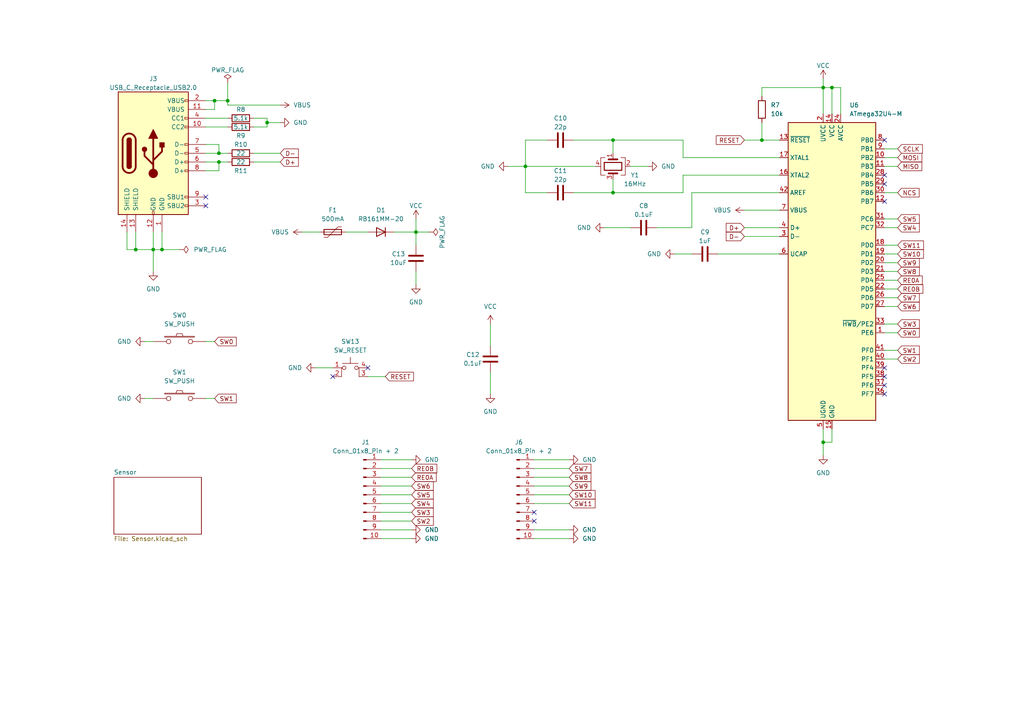
<source format=kicad_sch>
(kicad_sch (version 20230121) (generator eeschema)
  (paper "A4")
  (lib_symbols
    (symbol "Connector:Conn_01x10_Pin" (pin_names (offset 1.016) hide)
      (property "Reference" "J" (at 0 12.7 0))
      (property "Value" "Conn_01x10_Pin" (at 0 -15.24 0))
      (symbol "Conn_01x10_Pin_1_1"
        (polyline (pts (xy 1.27 -12.7) (xy 0.8636 -12.7)) (stroke (width 0.1524)))
        (polyline (pts (xy 1.27 -10.16) (xy 0.8636 -10.16)) (stroke (width 0.1524)))
        (polyline (pts (xy 1.27 -7.62) (xy 0.8636 -7.62)) (stroke (width 0.1524)))
        (polyline (pts (xy 1.27 -5.08) (xy 0.8636 -5.08)) (stroke (width 0.1524)))
        (polyline (pts (xy 1.27 -2.54) (xy 0.8636 -2.54)) (stroke (width 0.1524)))
        (polyline (pts (xy 1.27 0) (xy 0.8636 0)) (stroke (width 0.1524)))
        (polyline (pts (xy 1.27 2.54) (xy 0.8636 2.54)) (stroke (width 0.1524)))
        (polyline (pts (xy 1.27 5.08) (xy 0.8636 5.08)) (stroke (width 0.1524)))
        (polyline (pts (xy 1.27 7.62) (xy 0.8636 7.62)) (stroke (width 0.1524)))
        (polyline (pts (xy 1.27 10.16) (xy 0.8636 10.16)) (stroke (width 0.1524)))
        (rectangle (start 0.8636 -12.573) (end 0 -12.827) (stroke (width 0.1524)) (fill (type outline)))
        (rectangle (start 0.8636 -10.033) (end 0 -10.287) (stroke (width 0.1524)) (fill (type outline)))
        (rectangle (start 0.8636 -7.493) (end 0 -7.747) (stroke (width 0.1524)) (fill (type outline)))
        (rectangle (start 0.8636 -4.953) (end 0 -5.207) (stroke (width 0.1524)) (fill (type outline)))
        (rectangle (start 0.8636 -2.413) (end 0 -2.667) (stroke (width 0.1524)) (fill (type outline)))
        (rectangle (start 0.8636 0.127) (end 0 -0.127) (stroke (width 0.1524)) (fill (type outline)))
        (rectangle (start 0.8636 2.667) (end 0 2.413) (stroke (width 0.1524)) (fill (type outline)))
        (rectangle (start 0.8636 5.207) (end 0 4.953) (stroke (width 0.1524)) (fill (type outline)))
        (rectangle (start 0.8636 7.747) (end 0 7.493) (stroke (width 0.1524)) (fill (type outline)))
        (rectangle (start 0.8636 10.287) (end 0 10.033) (stroke (width 0.1524)) (fill (type outline)))
        (pin passive line (at 5.08 10.16 180) (length 3.81) (name "Pin_1") (number "1"))
        (pin passive line (at 5.08 -12.7 180) (length 3.81) (name "Pin_10") (number "10"))
        (pin passive line (at 5.08 7.62 180) (length 3.81) (name "Pin_2") (number "2"))
        (pin passive line (at 5.08 5.08 180) (length 3.81) (name "Pin_3") (number "3"))
        (pin passive line (at 5.08 2.54 180) (length 3.81) (name "Pin_4") (number "4"))
        (pin passive line (at 5.08 0 180) (length 3.81) (name "Pin_5") (number "5"))
        (pin passive line (at 5.08 -2.54 180) (length 3.81) (name "Pin_6") (number "6"))
        (pin passive line (at 5.08 -5.08 180) (length 3.81) (name "Pin_7") (number "7"))
        (pin passive line (at 5.08 -7.62 180) (length 3.81) (name "Pin_8") (number "8"))
        (pin passive line (at 5.08 -10.16 180) (length 3.81) (name "Pin_9") (number "9"))
      )
    )
    (symbol "Connector:USB_C_Receptacle_USB2.0" (pin_names (offset 1.016))
      (property "Reference" "J3" (at 0 21.59 0))
      (property "Value" "USB_C_Receptacle_USB2.0" (at 0 19.05 0))
      (symbol "USB_C_Receptacle_USB2.0_0_0"
        (rectangle (start -0.254 -17.78) (end 0.254 -16.764))
        (rectangle (start 10.16 -14.986) (end 9.144 -15.494))
        (rectangle (start 10.16 -12.446) (end 9.144 -12.954))
        (rectangle (start 10.16 -4.826) (end 9.144 -5.334))
        (rectangle (start 10.16 -2.286) (end 9.144 -2.794))
        (rectangle (start 10.16 0.254) (end 9.144 -0.254))
        (rectangle (start 10.16 2.794) (end 9.144 2.286))
        (rectangle (start 10.16 7.874) (end 9.144 7.366))
        (rectangle (start 10.16 10.414) (end 9.144 9.906))
        (rectangle (start 10.16 15.494) (end 9.144 14.986))
      )
      (symbol "USB_C_Receptacle_USB2.0_0_1"
        (rectangle (start -10.16 17.78) (end 10.16 -17.78) (stroke (width 0.254)) (fill (type background)))
        (arc (start -8.89 -3.81) (mid -6.985 -5.7067) (end -5.08 -3.81) (stroke (width 0.508)))
        (arc (start -7.62 -3.81) (mid -6.985 -4.4423) (end -6.35 -3.81) (stroke (width 0.254)))
        (arc (start -7.62 -3.81) (mid -6.985 -4.4423) (end -6.35 -3.81) (stroke (width 0.254)) (fill (type outline)))
        (rectangle (start -7.62 -3.81) (end -6.35 3.81) (stroke (width 0.254)) (fill (type outline)))
        (arc (start -6.35 3.81) (mid -6.985 4.4423) (end -7.62 3.81) (stroke (width 0.254)))
        (arc (start -6.35 3.81) (mid -6.985 4.4423) (end -7.62 3.81) (stroke (width 0.254)) (fill (type outline)))
        (arc (start -5.08 3.81) (mid -6.985 5.7067) (end -8.89 3.81) (stroke (width 0.508)))
        (circle (center -2.54 1.143) (radius 0.635) (stroke (width 0.254)) (fill (type outline)))
        (circle (center 0 -5.842) (radius 1.27) (fill (type outline)))
        (polyline (pts (xy -8.89 -3.81) (xy -8.89 3.81)) (stroke (width 0.508)))
        (polyline (pts (xy -5.08 3.81) (xy -5.08 -3.81)) (stroke (width 0.508)))
        (polyline (pts (xy 0 -5.842) (xy 0 4.318)) (stroke (width 0.508)))
        (polyline (pts (xy 0 -3.302) (xy -2.54 -0.762) (xy -2.54 0.508)) (stroke (width 0.508)))
        (polyline (pts (xy 0 -2.032) (xy 2.54 0.508) (xy 2.54 1.778)) (stroke (width 0.508)))
        (polyline (pts (xy -1.27 4.318) (xy 0 6.858) (xy 1.27 4.318) (xy -1.27 4.318)) (stroke (width 0.254)) (fill (type outline)))
        (rectangle (start 1.905 1.778) (end 3.175 3.048) (stroke (width 0.254)) (fill (type outline)))
      )
      (symbol "USB_C_Receptacle_USB2.0_1_1"
        (pin passive line (at 2.54 -22.86 90) (length 5.08) (name "GND") (number "1"))
        (pin bidirectional line (at 15.24 7.62 180) (length 5.08) (name "CC2") (number "10"))
        (pin passive line (at 15.24 12.7 180) (length 5.08) (name "VBUS") (number "11"))
        (pin passive line (at 0 -22.86 90) (length 5.08) (name "GND") (number "12"))
        (pin passive line (at -5.08 -22.86 90) (length 5.08) (name "SHIELD") (number "13"))
        (pin passive line (at -7.62 -22.86 90) (length 5.08) (name "SHIELD") (number "14"))
        (pin passive line (at 15.24 15.24 180) (length 5.08) (name "VBUS") (number "2"))
        (pin bidirectional line (at 15.24 -15.24 180) (length 5.08) (name "SBU2") (number "3"))
        (pin bidirectional line (at 15.24 10.16 180) (length 5.08) (name "CC1") (number "4"))
        (pin bidirectional line (at 15.24 0 180) (length 5.08) (name "D-") (number "5"))
        (pin bidirectional line (at 15.24 -2.54 180) (length 5.08) (name "D+") (number "6"))
        (pin bidirectional line (at 15.24 2.54 180) (length 5.08) (name "D-") (number "7"))
        (pin bidirectional line (at 15.24 -5.08 180) (length 5.08) (name "D+") (number "8"))
        (pin bidirectional line (at 15.24 -12.7 180) (length 5.08) (name "SBU1") (number "9"))
      )
    )
    (symbol "Device:C" (pin_numbers hide) (pin_names (offset 0.254))
      (property "Reference" "C" (at 0.635 2.54 0))
      (property "Value" "C" (at 0.635 -2.54 0))
      (symbol "C_0_1"
        (polyline (pts (xy -2.032 -0.762) (xy 2.032 -0.762)) (stroke (width 0.508)))
        (polyline (pts (xy -2.032 0.762) (xy 2.032 0.762)) (stroke (width 0.508)))
      )
      (symbol "C_1_1"
        (pin passive line (at 0 3.81 270) (length 2.794) (name "~") (number "1"))
        (pin passive line (at 0 -3.81 90) (length 2.794) (name "~") (number "2"))
      )
    )
    (symbol "Device:Crystal_GND24" (pin_names (offset 1.016) hide)
      (property "Reference" "Y" (at 3.175 5.08 0))
      (property "Value" "Crystal_GND24" (at 3.175 3.175 0))
      (symbol "Crystal_GND24_0_1"
        (rectangle (start -1.143 2.54) (end 1.143 -2.54) (stroke (width 0.3048)))
        (polyline (pts (xy -2.54 0) (xy -2.032 0)))
        (polyline (pts (xy -2.032 -1.27) (xy -2.032 1.27)) (stroke (width 0.508)))
        (polyline (pts (xy 0 -3.81) (xy 0 -3.556)))
        (polyline (pts (xy 0 3.556) (xy 0 3.81)))
        (polyline (pts (xy 2.032 -1.27) (xy 2.032 1.27)) (stroke (width 0.508)))
        (polyline (pts (xy 2.032 0) (xy 2.54 0)))
        (polyline (pts (xy -2.54 -2.286) (xy -2.54 -3.556) (xy 2.54 -3.556) (xy 2.54 -2.286)))
        (polyline (pts (xy -2.54 2.286) (xy -2.54 3.556) (xy 2.54 3.556) (xy 2.54 2.286)))
      )
      (symbol "Crystal_GND24_1_1"
        (pin passive line (at -3.81 0 0) (length 1.27) (name "1") (number "1"))
        (pin passive line (at 0 5.08 270) (length 1.27) (name "2") (number "2"))
        (pin passive line (at 3.81 0 180) (length 1.27) (name "3") (number "3"))
        (pin passive line (at 0 -5.08 90) (length 1.27) (name "4") (number "4"))
      )
    )
    (symbol "Device:D" (pin_numbers hide) (pin_names (offset 1.016) hide)
      (property "Reference" "D" (at 0 2.54 0))
      (property "Value" "D" (at 0 -2.54 0))
      (symbol "D_0_1"
        (polyline (pts (xy -1.27 1.27) (xy -1.27 -1.27)) (stroke (width 0.254)))
        (polyline (pts (xy 1.27 0) (xy -1.27 0)))
        (polyline (pts (xy 1.27 1.27) (xy 1.27 -1.27) (xy -1.27 0) (xy 1.27 1.27)) (stroke (width 0.254)))
      )
      (symbol "D_1_1"
        (pin passive line (at -3.81 0 0) (length 2.54) (name "K") (number "1"))
        (pin passive line (at 3.81 0 180) (length 2.54) (name "A") (number "2"))
      )
    )
    (symbol "Device:Polyfuse" (pin_numbers hide) (pin_names (offset 0))
      (property "Reference" "F" (at -2.54 0 90))
      (property "Value" "Polyfuse" (at 2.54 0 90))
      (symbol "Polyfuse_0_1"
        (rectangle (start -0.762 2.54) (end 0.762 -2.54) (stroke (width 0.254)))
        (polyline (pts (xy 0 2.54) (xy 0 -2.54)))
        (polyline (pts (xy -1.524 2.54) (xy -1.524 1.524) (xy 1.524 -1.524) (xy 1.524 -2.54)))
      )
      (symbol "Polyfuse_1_1"
        (pin passive line (at 0 3.81 270) (length 1.27) (name "~") (number "1"))
        (pin passive line (at 0 -3.81 90) (length 1.27) (name "~") (number "2"))
      )
    )
    (symbol "Device:R" (pin_numbers hide) (pin_names (offset 0))
      (property "Reference" "R" (at 2.032 0 90))
      (property "Value" "R" (at 0 0 90))
      (symbol "R_0_1"
        (rectangle (start -1.016 -2.54) (end 1.016 2.54) (stroke (width 0.254)))
      )
      (symbol "R_1_1"
        (pin passive line (at 0 3.81 270) (length 1.27) (name "~") (number "1"))
        (pin passive line (at 0 -3.81 90) (length 1.27) (name "~") (number "2"))
      )
    )
    (symbol "MCU_Microchip_ATmega:ATmega32U4-M"
      (property "Reference" "U" (at -12.7 44.45 0))
      (property "Value" "ATmega32U4-M" (at 2.54 -44.45 0))
      (symbol "ATmega32U4-M_0_1"
        (rectangle (start -12.7 -43.18) (end 12.7 43.18) (stroke (width 0.254)) (fill (type background)))
      )
      (symbol "ATmega32U4-M_1_1"
        (pin bidirectional line (at 15.24 -17.78 180) (length 2.54) (name "PE6") (number "1"))
        (pin bidirectional line (at 15.24 33.02 180) (length 2.54) (name "PB2") (number "10"))
        (pin bidirectional line (at 15.24 30.48 180) (length 2.54) (name "PB3") (number "11"))
        (pin bidirectional line (at 15.24 20.32 180) (length 2.54) (name "PB7") (number "12"))
        (pin input line (at -15.24 38.1 0) (length 2.54) (name "~{RESET}") (number "13"))
        (pin power_in line (at 0 45.72 270) (length 2.54) (name "VCC") (number "14"))
        (pin power_in line (at 0 -45.72 90) (length 2.54) (name "GND") (number "15"))
        (pin output line (at -15.24 27.94 0) (length 2.54) (name "XTAL2") (number "16"))
        (pin input line (at -15.24 33.02 0) (length 2.54) (name "XTAL1") (number "17"))
        (pin bidirectional line (at 15.24 7.62 180) (length 2.54) (name "PD0") (number "18"))
        (pin bidirectional line (at 15.24 5.08 180) (length 2.54) (name "PD1") (number "19"))
        (pin power_in line (at -2.54 45.72 270) (length 2.54) (name "UVCC") (number "2"))
        (pin bidirectional line (at 15.24 2.54 180) (length 2.54) (name "PD2") (number "20"))
        (pin bidirectional line (at 15.24 0 180) (length 2.54) (name "PD3") (number "21"))
        (pin bidirectional line (at 15.24 -5.08 180) (length 2.54) (name "PD5") (number "22"))
        (pin passive line (at 0 -45.72 90) (length 2.54) hide (name "GND") (number "23"))
        (pin power_in line (at 2.54 45.72 270) (length 2.54) (name "AVCC") (number "24"))
        (pin bidirectional line (at 15.24 -2.54 180) (length 2.54) (name "PD4") (number "25"))
        (pin bidirectional line (at 15.24 -7.62 180) (length 2.54) (name "PD6") (number "26"))
        (pin bidirectional line (at 15.24 -10.16 180) (length 2.54) (name "PD7") (number "27"))
        (pin bidirectional line (at 15.24 27.94 180) (length 2.54) (name "PB4") (number "28"))
        (pin bidirectional line (at 15.24 25.4 180) (length 2.54) (name "PB5") (number "29"))
        (pin bidirectional line (at -15.24 10.16 0) (length 2.54) (name "D-") (number "3"))
        (pin bidirectional line (at 15.24 22.86 180) (length 2.54) (name "PB6") (number "30"))
        (pin bidirectional line (at 15.24 15.24 180) (length 2.54) (name "PC6") (number "31"))
        (pin bidirectional line (at 15.24 12.7 180) (length 2.54) (name "PC7") (number "32"))
        (pin bidirectional line (at 15.24 -15.24 180) (length 2.54) (name "~{HWB}/PE2") (number "33"))
        (pin passive line (at 0 45.72 270) (length 2.54) hide (name "VCC") (number "34"))
        (pin passive line (at 0 -45.72 90) (length 2.54) hide (name "GND") (number "35"))
        (pin bidirectional line (at 15.24 -35.56 180) (length 2.54) (name "PF7") (number "36"))
        (pin bidirectional line (at 15.24 -33.02 180) (length 2.54) (name "PF6") (number "37"))
        (pin bidirectional line (at 15.24 -30.48 180) (length 2.54) (name "PF5") (number "38"))
        (pin bidirectional line (at 15.24 -27.94 180) (length 2.54) (name "PF4") (number "39"))
        (pin bidirectional line (at -15.24 12.7 0) (length 2.54) (name "D+") (number "4"))
        (pin bidirectional line (at 15.24 -25.4 180) (length 2.54) (name "PF1") (number "40"))
        (pin bidirectional line (at 15.24 -22.86 180) (length 2.54) (name "PF0") (number "41"))
        (pin passive line (at -15.24 22.86 0) (length 2.54) (name "AREF") (number "42"))
        (pin passive line (at 0 -45.72 90) (length 2.54) hide (name "GND") (number "43"))
        (pin passive line (at 2.54 45.72 270) (length 2.54) hide (name "AVCC") (number "44"))
        (pin passive line (at 0 -45.72 90) (length 2.54) hide (name "GND") (number "45"))
        (pin passive line (at -2.54 -45.72 90) (length 2.54) (name "UGND") (number "5"))
        (pin passive line (at -15.24 5.08 0) (length 2.54) (name "UCAP") (number "6"))
        (pin input line (at -15.24 17.78 0) (length 2.54) (name "VBUS") (number "7"))
        (pin bidirectional line (at 15.24 38.1 180) (length 2.54) (name "PB0") (number "8"))
        (pin bidirectional line (at 15.24 35.56 180) (length 2.54) (name "PB1") (number "9"))
      )
    )
    (symbol "Switch:SW_MEC_5E" (pin_names (offset 1.016) hide)
      (property "Reference" "SW" (at 0.635 5.715 0))
      (property "Value" "SW_MEC_5E" (at 0 -3.175 0))
      (symbol "SW_MEC_5E_0_1"
        (circle (center -1.778 2.54) (radius 0.508))
        (polyline (pts (xy -2.286 3.81) (xy 2.286 3.81)))
        (polyline (pts (xy 0 3.81) (xy 0 5.588)))
        (polyline (pts (xy -2.54 0) (xy -2.54 2.54) (xy -2.286 2.54)))
        (polyline (pts (xy 2.54 0) (xy 2.54 2.54) (xy 2.286 2.54)))
        (circle (center 1.778 2.54) (radius 0.508))
        (pin passive line (at -5.08 2.54 0) (length 2.54) (name "1") (number "1"))
        (pin passive line (at -5.08 0 0) (length 2.54) (name "2") (number "2"))
        (pin passive line (at 5.08 0 180) (length 2.54) (name "K") (number "3"))
        (pin passive line (at 5.08 2.54 180) (length 2.54) (name "A") (number "4"))
      )
    )
    (symbol "kbd:SW_PUSH" (pin_numbers hide) (pin_names (offset 1.016) hide)
      (property "Reference" "SW" (at 3.81 2.794 0))
      (property "Value" "SW_PUSH" (at 0 -2.032 0))
      (symbol "SW_PUSH_0_1"
        (rectangle (start -4.318 1.27) (end 4.318 1.524))
        (polyline (pts (xy -1.016 1.524) (xy -0.762 2.286) (xy 0.762 2.286) (xy 1.016 1.524)))
        (pin passive inverted (at -7.62 0 0) (length 5.08) (name "1") (number "1"))
        (pin passive inverted (at 7.62 0 180) (length 5.08) (name "2") (number "2"))
      )
    )
    (symbol "power:GND" (power) (pin_names (offset 0))
      (property "Value" "GND" (at 0 -3.81 0))
      (symbol "GND_0_1"
        (polyline (pts (xy 0 0) (xy 0 -1.27) (xy 1.27 -1.27) (xy 0 -2.54) (xy -1.27 -1.27) (xy 0 -1.27)))
      )
      (symbol "GND_1_1"
        (pin power_in line (at 0 0 270) (length 0) hide (name "GND") (number "1"))
      )
    )
    (symbol "power:PWR_FLAG" (power) (pin_numbers hide) (pin_names (offset 0) hide)
      (property "Value" "PWR_FLAG" (at 0 3.81 0))
      (symbol "PWR_FLAG_0_0"
        (pin power_out line (at 0 0 90) (length 0) (name "pwr") (number "1"))
      )
      (symbol "PWR_FLAG_0_1"
        (polyline (pts (xy 0 0) (xy 0 1.27) (xy -1.016 1.905) (xy 0 2.54) (xy 1.016 1.905) (xy 0 1.27)))
      )
    )
    (symbol "power:VBUS" (power) (pin_names (offset 0))
      (property "Value" "VBUS" (at 0 3.81 0))
      (symbol "VBUS_0_1"
        (polyline (pts (xy -0.762 1.27) (xy 0 2.54)))
        (polyline (pts (xy 0 0) (xy 0 2.54)))
        (polyline (pts (xy 0 2.54) (xy 0.762 1.27)))
      )
      (symbol "VBUS_1_1"
        (pin power_in line (at 0 0 90) (length 0) hide (name "VBUS") (number "1"))
      )
    )
    (symbol "power:VCC" (power) (pin_names (offset 0))
      (property "Value" "VCC" (at 0 3.81 0))
      (symbol "VCC_0_1"
        (polyline (pts (xy -0.762 1.27) (xy 0 2.54)))
        (polyline (pts (xy 0 0) (xy 0 2.54)))
        (polyline (pts (xy 0 2.54) (xy 0.762 1.27)))
      )
      (symbol "VCC_1_1"
        (pin power_in line (at 0 0 90) (length 0) hide (name "VCC") (number "1"))
      )
    )
  )
  (junction (at 63.5 46.99))
  (junction (at 120.65 67.31))
  (junction (at 44.45 72.39))
  (junction (at 66.04 29.21))
  (junction (at 39.37 72.39))
  (junction (at 220.98 40.64))
  (junction (at 238.76 25.4))
  (junction (at 238.76 128.27))
  (junction (at 63.5 44.45))
  (junction (at 62.23 29.21))
  (junction (at 177.8 55.88))
  (junction (at 177.8 40.64))
  (junction (at 152.4 48.26))
  (junction (at 241.3 25.4))
  (junction (at 46.99 72.39))
  (junction (at 77.47 35.56))
  (no_connect (at 96.52 109.22))
  (no_connect (at 59.69 57.15))
  (no_connect (at 59.69 59.69))
  (no_connect (at 256.54 50.8))
  (no_connect (at 256.54 106.68))
  (no_connect (at 154.94 151.13))
  (no_connect (at 256.54 111.76))
  (no_connect (at 154.94 148.59))
  (no_connect (at 256.54 58.42))
  (no_connect (at 256.54 40.64))
  (no_connect (at 256.54 114.3))
  (no_connect (at 106.68 106.68))
  (no_connect (at 256.54 109.22))
  (no_connect (at 256.54 53.34))
  (wire (pts (xy 120.65 63.5) (xy 120.65 67.31)))
  (wire (pts (xy 182.88 66.04) (xy 175.26 66.04)))
  (wire (pts (xy 44.45 72.39) (xy 46.99 72.39)))
  (wire (pts (xy 154.94 138.43) (xy 165.1 138.43)))
  (wire (pts (xy 215.9 68.58) (xy 226.06 68.58)))
  (wire (pts (xy 110.49 133.35) (xy 119.38 133.35)))
  (wire (pts (xy 77.47 36.83) (xy 77.47 35.56)))
  (wire (pts (xy 110.49 146.05) (xy 119.38 146.05)))
  (wire (pts (xy 59.69 49.53) (xy 63.5 49.53)))
  (wire (pts (xy 152.4 40.64) (xy 152.4 48.26)))
  (wire (pts (xy 220.98 40.64) (xy 226.06 40.64)))
  (wire (pts (xy 77.47 35.56) (xy 81.28 35.56)))
  (wire (pts (xy 241.3 33.02) (xy 241.3 25.4)))
  (wire (pts (xy 195.58 73.66) (xy 200.66 73.66)))
  (wire (pts (xy 59.69 44.45) (xy 63.5 44.45)))
  (wire (pts (xy 198.12 55.88) (xy 177.8 55.88)))
  (wire (pts (xy 110.49 140.97) (xy 119.38 140.97)))
  (wire (pts (xy 63.5 46.99) (xy 66.04 46.99)))
  (wire (pts (xy 41.91 115.57) (xy 44.45 115.57)))
  (wire (pts (xy 154.94 135.89) (xy 165.1 135.89)))
  (wire (pts (xy 120.65 78.74) (xy 120.65 82.55)))
  (wire (pts (xy 238.76 128.27) (xy 238.76 132.08)))
  (wire (pts (xy 87.63 67.31) (xy 92.71 67.31)))
  (wire (pts (xy 215.9 60.96) (xy 226.06 60.96)))
  (wire (pts (xy 91.44 106.68) (xy 96.52 106.68)))
  (wire (pts (xy 256.54 101.6) (xy 260.35 101.6)))
  (wire (pts (xy 166.37 55.88) (xy 177.8 55.88)))
  (wire (pts (xy 59.69 29.21) (xy 62.23 29.21)))
  (wire (pts (xy 256.54 81.28) (xy 260.35 81.28)))
  (wire (pts (xy 63.5 41.91) (xy 63.5 44.45)))
  (wire (pts (xy 208.28 73.66) (xy 226.06 73.66)))
  (wire (pts (xy 106.68 109.22) (xy 111.76 109.22)))
  (wire (pts (xy 243.84 25.4) (xy 241.3 25.4)))
  (wire (pts (xy 110.49 156.21) (xy 119.38 156.21)))
  (wire (pts (xy 41.91 99.06) (xy 44.45 99.06)))
  (wire (pts (xy 243.84 33.02) (xy 243.84 25.4)))
  (wire (pts (xy 241.3 25.4) (xy 238.76 25.4)))
  (wire (pts (xy 110.49 143.51) (xy 119.38 143.51)))
  (wire (pts (xy 256.54 83.82) (xy 260.35 83.82)))
  (wire (pts (xy 226.06 55.88) (xy 200.66 55.88)))
  (wire (pts (xy 110.49 135.89) (xy 119.38 135.89)))
  (wire (pts (xy 241.3 128.27) (xy 238.76 128.27)))
  (wire (pts (xy 154.94 143.51) (xy 165.1 143.51)))
  (wire (pts (xy 256.54 88.9) (xy 260.35 88.9)))
  (wire (pts (xy 226.06 45.72) (xy 198.12 45.72)))
  (wire (pts (xy 220.98 25.4) (xy 220.98 27.94)))
  (wire (pts (xy 62.23 29.21) (xy 66.04 29.21)))
  (wire (pts (xy 62.23 31.75) (xy 62.23 29.21)))
  (wire (pts (xy 59.69 46.99) (xy 63.5 46.99)))
  (wire (pts (xy 154.94 140.97) (xy 165.1 140.97)))
  (wire (pts (xy 66.04 30.48) (xy 81.28 30.48)))
  (wire (pts (xy 46.99 72.39) (xy 52.07 72.39)))
  (wire (pts (xy 36.83 72.39) (xy 39.37 72.39)))
  (wire (pts (xy 100.33 67.31) (xy 106.68 67.31)))
  (wire (pts (xy 46.99 67.31) (xy 46.99 72.39)))
  (wire (pts (xy 120.65 67.31) (xy 120.65 71.12)))
  (wire (pts (xy 59.69 99.06) (xy 62.23 99.06)))
  (wire (pts (xy 256.54 78.74) (xy 260.35 78.74)))
  (wire (pts (xy 238.76 25.4) (xy 238.76 33.02)))
  (wire (pts (xy 177.8 55.88) (xy 177.8 52.07)))
  (wire (pts (xy 198.12 40.64) (xy 177.8 40.64)))
  (wire (pts (xy 114.3 67.31) (xy 120.65 67.31)))
  (wire (pts (xy 77.47 34.29) (xy 77.47 35.56)))
  (wire (pts (xy 200.66 55.88) (xy 200.66 66.04)))
  (wire (pts (xy 142.24 93.98) (xy 142.24 100.33)))
  (wire (pts (xy 152.4 48.26) (xy 172.72 48.26)))
  (wire (pts (xy 238.76 22.86) (xy 238.76 25.4)))
  (wire (pts (xy 66.04 30.48) (xy 66.04 29.21)))
  (wire (pts (xy 256.54 86.36) (xy 260.35 86.36)))
  (wire (pts (xy 59.69 41.91) (xy 63.5 41.91)))
  (wire (pts (xy 256.54 66.04) (xy 260.35 66.04)))
  (wire (pts (xy 238.76 124.46) (xy 238.76 128.27)))
  (wire (pts (xy 152.4 55.88) (xy 152.4 48.26)))
  (wire (pts (xy 238.76 25.4) (xy 220.98 25.4)))
  (wire (pts (xy 39.37 67.31) (xy 39.37 72.39)))
  (wire (pts (xy 198.12 50.8) (xy 198.12 55.88)))
  (wire (pts (xy 158.75 40.64) (xy 152.4 40.64)))
  (wire (pts (xy 147.32 48.26) (xy 152.4 48.26)))
  (wire (pts (xy 256.54 63.5) (xy 260.35 63.5)))
  (wire (pts (xy 154.94 153.67) (xy 165.1 153.67)))
  (wire (pts (xy 256.54 55.88) (xy 260.35 55.88)))
  (wire (pts (xy 73.66 46.99) (xy 81.28 46.99)))
  (wire (pts (xy 200.66 66.04) (xy 190.5 66.04)))
  (wire (pts (xy 256.54 43.18) (xy 260.35 43.18)))
  (wire (pts (xy 256.54 73.66) (xy 260.35 73.66)))
  (wire (pts (xy 63.5 49.53) (xy 63.5 46.99)))
  (wire (pts (xy 154.94 133.35) (xy 165.1 133.35)))
  (wire (pts (xy 226.06 50.8) (xy 198.12 50.8)))
  (wire (pts (xy 73.66 44.45) (xy 81.28 44.45)))
  (wire (pts (xy 256.54 45.72) (xy 260.35 45.72)))
  (wire (pts (xy 198.12 45.72) (xy 198.12 40.64)))
  (wire (pts (xy 63.5 44.45) (xy 66.04 44.45)))
  (wire (pts (xy 256.54 76.2) (xy 260.35 76.2)))
  (wire (pts (xy 142.24 107.95) (xy 142.24 114.3)))
  (wire (pts (xy 256.54 93.98) (xy 260.35 93.98)))
  (wire (pts (xy 154.94 146.05) (xy 165.1 146.05)))
  (wire (pts (xy 215.9 66.04) (xy 226.06 66.04)))
  (wire (pts (xy 110.49 148.59) (xy 119.38 148.59)))
  (wire (pts (xy 59.69 31.75) (xy 62.23 31.75)))
  (wire (pts (xy 110.49 138.43) (xy 119.38 138.43)))
  (wire (pts (xy 36.83 67.31) (xy 36.83 72.39)))
  (wire (pts (xy 154.94 156.21) (xy 165.1 156.21)))
  (wire (pts (xy 220.98 35.56) (xy 220.98 40.64)))
  (wire (pts (xy 256.54 48.26) (xy 260.35 48.26)))
  (wire (pts (xy 177.8 40.64) (xy 177.8 44.45)))
  (wire (pts (xy 166.37 40.64) (xy 177.8 40.64)))
  (wire (pts (xy 110.49 153.67) (xy 119.38 153.67)))
  (wire (pts (xy 158.75 55.88) (xy 152.4 55.88)))
  (wire (pts (xy 59.69 36.83) (xy 66.04 36.83)))
  (wire (pts (xy 39.37 72.39) (xy 44.45 72.39)))
  (wire (pts (xy 66.04 24.13) (xy 66.04 29.21)))
  (wire (pts (xy 73.66 34.29) (xy 77.47 34.29)))
  (wire (pts (xy 120.65 67.31) (xy 124.46 67.31)))
  (wire (pts (xy 256.54 104.14) (xy 260.35 104.14)))
  (wire (pts (xy 59.69 34.29) (xy 66.04 34.29)))
  (wire (pts (xy 241.3 124.46) (xy 241.3 128.27)))
  (wire (pts (xy 73.66 36.83) (xy 77.47 36.83)))
  (wire (pts (xy 44.45 72.39) (xy 44.45 78.74)))
  (wire (pts (xy 44.45 67.31) (xy 44.45 72.39)))
  (wire (pts (xy 215.9 40.64) (xy 220.98 40.64)))
  (wire (pts (xy 182.88 48.26) (xy 187.96 48.26)))
  (wire (pts (xy 110.49 151.13) (xy 119.38 151.13)))
  (wire (pts (xy 256.54 96.52) (xy 260.35 96.52)))
  (wire (pts (xy 256.54 71.12) (xy 260.35 71.12)))
  (wire (pts (xy 59.69 115.57) (xy 62.23 115.57)))
  (global_label "RESET" (shape input) (at 111.76 109.22 0) (property "Intersheetrefs" "${INTERSHEET_REFS}" (effects hide)))
  (global_label "SW5" (shape input) (at 260.35 63.5 0) (property "Intersheetrefs" "${INTERSHEET_REFS}" (effects hide)))
  (global_label "RE0B" (shape input) (at 260.35 83.82 0) (property "Intersheetrefs" "${INTERSHEET_REFS}" (effects hide)))
  (global_label "RE0A" (shape input) (at 119.38 138.43 0) (property "Intersheetrefs" "${INTERSHEET_REFS}" (effects hide)))
  (global_label "SW7" (shape input) (at 260.35 86.36 0) (property "Intersheetrefs" "${INTERSHEET_REFS}" (effects hide)))
  (global_label "D-" (shape input) (at 215.9 68.58 180) (property "Intersheetrefs" "${INTERSHEET_REFS}" (effects hide)))
  (global_label "SW5" (shape input) (at 119.38 143.51 0) (property "Intersheetrefs" "${INTERSHEET_REFS}" (effects hide)))
  (global_label "SW9" (shape input) (at 165.1 140.97 0) (property "Intersheetrefs" "${INTERSHEET_REFS}" (effects hide)))
  (global_label "SW3" (shape input) (at 260.35 93.98 0) (property "Intersheetrefs" "${INTERSHEET_REFS}" (effects hide)))
  (global_label "D+" (shape input) (at 81.28 46.99 0) (property "Intersheetrefs" "${INTERSHEET_REFS}" (effects hide)))
  (global_label "SW4" (shape input) (at 119.38 146.05 0) (property "Intersheetrefs" "${INTERSHEET_REFS}" (effects hide)))
  (global_label "D+" (shape input) (at 215.9 66.04 180) (property "Intersheetrefs" "${INTERSHEET_REFS}" (effects hide)))
  (global_label "D-" (shape input) (at 81.28 44.45 0) (property "Intersheetrefs" "${INTERSHEET_REFS}" (effects hide)))
  (global_label "SW1" (shape input) (at 260.35 101.6 0) (property "Intersheetrefs" "${INTERSHEET_REFS}" (effects hide)))
  (global_label "SW10" (shape input) (at 260.35 73.66 0) (property "Intersheetrefs" "${INTERSHEET_REFS}" (effects hide)))
  (global_label "SW8" (shape input) (at 165.1 138.43 0) (property "Intersheetrefs" "${INTERSHEET_REFS}" (effects hide)))
  (global_label "SW9" (shape input) (at 260.35 76.2 0) (property "Intersheetrefs" "${INTERSHEET_REFS}" (effects hide)))
  (global_label "SW6" (shape input) (at 119.38 140.97 0) (property "Intersheetrefs" "${INTERSHEET_REFS}" (effects hide)))
  (global_label "RE0B" (shape input) (at 119.38 135.89 0) (property "Intersheetrefs" "${INTERSHEET_REFS}" (effects hide)))
  (global_label "SCLK" (shape input) (at 260.35 43.18 0) (property "Intersheetrefs" "${INTERSHEET_REFS}" (effects hide)))
  (global_label "SW11" (shape input) (at 260.35 71.12 0) (property "Intersheetrefs" "${INTERSHEET_REFS}" (effects hide)))
  (global_label "NCS" (shape input) (at 260.35 55.88 0) (property "Intersheetrefs" "${INTERSHEET_REFS}" (effects hide)))
  (global_label "SW11" (shape input) (at 165.1 146.05 0) (property "Intersheetrefs" "${INTERSHEET_REFS}" (effects hide)))
  (global_label "MOSI" (shape input) (at 260.35 45.72 0) (property "Intersheetrefs" "${INTERSHEET_REFS}" (effects hide)))
  (global_label "RESET" (shape input) (at 215.9 40.64 180) (property "Intersheetrefs" "${INTERSHEET_REFS}" (effects hide)))
  (global_label "SW6" (shape input) (at 260.35 88.9 0) (property "Intersheetrefs" "${INTERSHEET_REFS}" (effects hide)))
  (global_label "MISO" (shape input) (at 260.35 48.26 0) (property "Intersheetrefs" "${INTERSHEET_REFS}" (effects hide)))
  (global_label "SW0" (shape input) (at 260.35 96.52 0) (property "Intersheetrefs" "${INTERSHEET_REFS}" (effects hide)))
  (global_label "SW2" (shape input) (at 119.38 151.13 0) (property "Intersheetrefs" "${INTERSHEET_REFS}" (effects hide)))
  (global_label "SW8" (shape input) (at 260.35 78.74 0) (property "Intersheetrefs" "${INTERSHEET_REFS}" (effects hide)))
  (global_label "SW1" (shape input) (at 62.23 115.57 0) (property "Intersheetrefs" "${INTERSHEET_REFS}" (effects hide)))
  (global_label "SW2" (shape input) (at 260.35 104.14 0) (property "Intersheetrefs" "${INTERSHEET_REFS}" (effects hide)))
  (global_label "SW7" (shape input) (at 165.1 135.89 0) (property "Intersheetrefs" "${INTERSHEET_REFS}" (effects hide)))
  (global_label "SW10" (shape input) (at 165.1 143.51 0) (property "Intersheetrefs" "${INTERSHEET_REFS}" (effects hide)))
  (global_label "SW0" (shape input) (at 62.23 99.06 0) (property "Intersheetrefs" "${INTERSHEET_REFS}" (effects hide)))
  (global_label "SW4" (shape input) (at 260.35 66.04 0) (property "Intersheetrefs" "${INTERSHEET_REFS}" (effects hide)))
  (global_label "SW3" (shape input) (at 119.38 148.59 0) (property "Intersheetrefs" "${INTERSHEET_REFS}" (effects hide)))
  (global_label "RE0A" (shape input) (at 260.35 81.28 0) (property "Intersheetrefs" "${INTERSHEET_REFS}" (effects hide)))
  (symbol (lib_id "kbd:SW_PUSH") (at 52.07 115.57 0) (unit 1)
    (property "Reference" "SW1" (at 52.07 107.95 0))
    (property "Value" "SW_PUSH" (at 52.07 110.49 0))
    (property "Footprint" "0:SW-TH_L6.2-W6.2-P5.00" (effects hide))
    (property "LCSC" "C400268" (effects hide))
  )
  (symbol (lib_id "power:GND") (at 119.38 153.67 90) (mirror x) (unit 1)
    (property "Reference" "#PWR043" (effects hide))
    (property "Value" "GND" (at 123.19 153.67 90) (effects (justify right)))
  )
  (symbol (lib_id "power:GND") (at 238.76 132.08 0) (unit 1)
    (property "Reference" "#PWR019" (effects hide))
    (property "Value" "GND" (at 238.76 137.16 0))
  )
  (symbol (lib_id "Device:D") (at 110.49 67.31 0) (mirror y) (unit 1)
    (property "Reference" "D1" (at 110.49 60.96 0))
    (property "Value" "RB161MM-20" (at 110.49 63.5 0))
    (property "Footprint" "0:Diode SOD-123FL_L2.7-W1.8-LS3.8-RD" (effects hide))
    (property "Sim.Device" "D" (effects hide))
    (property "Sim.Pins" "1=K 2=A" (effects hide))
    (property "LCSC" "C123070" (effects hide))
  )
  (symbol (lib_id "kbd:SW_PUSH") (at 52.07 99.06 0) (unit 1)
    (property "Reference" "SW0" (at 52.07 91.44 0))
    (property "Value" "SW_PUSH" (at 52.07 93.98 0))
    (property "Footprint" "0:SW-TH_L6.2-W6.2-P5.00" (effects hide))
    (property "LCSC" "C400268" (effects hide))
  )
  (symbol (lib_id "power:GND") (at 142.24 114.3 0) (unit 1)
    (property "Reference" "#PWR022" (effects hide))
    (property "Value" "GND" (at 142.24 119.38 0))
  )
  (symbol (lib_id "power:GND") (at 119.38 133.35 90) (mirror x) (unit 1)
    (property "Reference" "#PWR036" (effects hide))
    (property "Value" "GND" (at 123.19 133.35 90) (effects (justify right)))
  )
  (symbol (lib_id "Device:R") (at 69.85 44.45 270) (unit 1)
    (property "Reference" "R10" (at 69.85 41.91 90))
    (property "Value" "22" (at 69.85 44.45 90))
    (property "Footprint" "0:R0603" (effects hide))
    (property "LCSC" "C23345" (effects hide))
  )
  (symbol (lib_id "Device:R") (at 69.85 34.29 270) (unit 1)
    (property "Reference" "R8" (at 69.85 31.75 90))
    (property "Value" "5.1k" (at 69.85 34.29 90))
    (property "Footprint" "0:R0603" (effects hide))
    (property "LCSC" "C23186" (effects hide))
  )
  (symbol (lib_id "power:GND") (at 120.65 82.55 0) (unit 1)
    (property "Reference" "#PWR039" (effects hide))
    (property "Value" "GND" (at 120.65 87.63 0))
  )
  (symbol (lib_id "power:GND") (at 44.45 78.74 0) (unit 1)
    (property "Reference" "#PWR026" (effects hide))
    (property "Value" "GND" (at 44.45 83.82 0))
  )
  (symbol (lib_id "power:GND") (at 165.1 133.35 90) (mirror x) (unit 1)
    (property "Reference" "#PWR037" (effects hide))
    (property "Value" "GND" (at 168.91 133.35 90) (effects (justify right)))
  )
  (symbol (lib_id "power:PWR_FLAG") (at 52.07 72.39 270) (mirror x) (unit 1)
    (property "Reference" "#FLG04" (effects hide))
    (property "Value" "PWR_FLAG" (at 60.96 72.39 90))
  )
  (symbol (lib_id "power:VCC") (at 120.65 63.5 0) (unit 1)
    (property "Reference" "#PWR040" (effects hide))
    (property "Value" "VCC" (at 120.65 59.69 0))
  )
  (symbol (lib_id "power:GND") (at 119.38 156.21 90) (mirror x) (unit 1)
    (property "Reference" "#PWR044" (effects hide))
    (property "Value" "GND" (at 123.19 156.21 90) (effects (justify right)))
  )
  (symbol (lib_id "power:GND") (at 175.26 66.04 270) (unit 1)
    (property "Reference" "#PWR016" (effects hide))
    (property "Value" "GND" (at 171.45 66.04 90) (effects (justify right)))
  )
  (symbol (lib_id "power:GND") (at 91.44 106.68 270) (unit 1)
    (property "Reference" "#PWR028" (effects hide))
    (property "Value" "GND" (at 87.63 106.68 90) (effects (justify right)))
  )
  (symbol (lib_id "power:GND") (at 41.91 99.06 270) (unit 1)
    (property "Reference" "#PWR01" (effects hide))
    (property "Value" "GND" (at 38.1 99.06 90) (effects (justify right)))
  )
  (symbol (lib_id "Device:C") (at 142.24 104.14 0) (unit 1)
    (property "Reference" "C12" (at 137.16 102.87 0))
    (property "Value" "0.1uF" (at 137.16 105.41 0))
    (property "Footprint" "0:C0402" (effects hide))
    (property "LCSC" "C60474" (effects hide))
  )
  (symbol (lib_id "power:GND") (at 195.58 73.66 270) (unit 1)
    (property "Reference" "#PWR018" (effects hide))
    (property "Value" "GND" (at 191.77 73.66 90) (effects (justify right)))
  )
  (symbol (lib_id "power:PWR_FLAG") (at 66.04 24.13 0) (mirror y) (unit 1)
    (property "Reference" "#FLG03" (effects hide))
    (property "Value" "PWR_FLAG" (at 66.04 20.32 0))
  )
  (symbol (lib_id "power:VBUS") (at 215.9 60.96 90) (unit 1)
    (property "Reference" "#PWR017" (effects hide))
    (property "Value" "VBUS" (at 212.09 60.96 90) (effects (justify left)))
  )
  (symbol (lib_id "Device:R") (at 69.85 46.99 270) (unit 1)
    (property "Reference" "R11" (at 69.85 49.53 90))
    (property "Value" "22" (at 69.85 46.99 90))
    (property "Footprint" "0:R0603" (effects hide))
    (property "LCSC" "C23345" (effects hide))
  )
  (symbol (lib_id "power:GND") (at 81.28 35.56 90) (mirror x) (unit 1)
    (property "Reference" "#PWR025" (effects hide))
    (property "Value" "GND" (at 85.09 35.56 90) (effects (justify right)))
  )
  (symbol (lib_id "power:VBUS") (at 81.28 30.48 270) (unit 1)
    (property "Reference" "#PWR024" (effects hide))
    (property "Value" "VBUS" (at 85.09 30.48 90) (effects (justify left)))
  )
  (symbol (lib_id "Device:Crystal_GND24") (at 177.8 48.26 270) (unit 1)
    (property "Reference" "Y1" (at 184.15 50.8 90))
    (property "Value" "16MHz" (at 184.15 53.34 90))
    (property "Footprint" "0:Crystals ROHS 16MHz OSC-SMD_4P-L3.2-W2.5-BL" (effects hide))
    (property "LCSC" "C13738" (effects hide))
  )
  (symbol (lib_id "power:VBUS") (at 87.63 67.31 90) (mirror x) (unit 1)
    (property "Reference" "#PWR038" (effects hide))
    (property "Value" "VBUS" (at 83.82 67.31 90) (effects (justify left)))
  )
  (symbol (lib_id "Connector:Conn_01x10_Pin") (at 105.41 143.51 0) (unit 1)
    (property "Reference" "J1" (at 106.045 128.27 0))
    (property "Value" "Conn_01x8_Pin + 2" (at 106.045 130.81 0))
    (property "Footprint" "0:FFCｺﾈｸﾀ_FPC-SMD_P0.50-8P_FGS-XJ-H2.0" (effects hide))
    (property "LCSC" "C262264" (effects hide))
  )
  (symbol (lib_id "Device:C") (at 186.69 66.04 270) (unit 1)
    (property "Reference" "C8" (at 186.69 59.69 90))
    (property "Value" "0.1uF" (at 186.69 62.23 90))
    (property "Footprint" "0:C0402" (effects hide))
    (property "LCSC" "C60474" (effects hide))
  )
  (symbol (lib_id "Device:C") (at 162.56 55.88 270) (unit 1)
    (property "Reference" "C11" (at 162.56 49.53 90))
    (property "Value" "22p" (at 162.56 52.07 90))
    (property "Footprint" "0:C0603" (effects hide))
    (property "LCSC" "C105620" (effects hide))
  )
  (symbol (lib_id "power:GND") (at 187.96 48.26 90) (mirror x) (unit 1)
    (property "Reference" "#PWR021" (effects hide))
    (property "Value" "GND" (at 191.77 48.26 90) (effects (justify right)))
  )
  (symbol (lib_id "power:VCC") (at 238.76 22.86 0) (unit 1)
    (property "Reference" "#PWR015" (effects hide))
    (property "Value" "VCC" (at 238.76 19.05 0))
  )
  (symbol (lib_id "Device:Polyfuse") (at 96.52 67.31 270) (unit 1)
    (property "Reference" "F1" (at 96.52 60.96 90))
    (property "Value" "500mA" (at 96.52 63.5 90))
    (property "Footprint" "0:Fuse 0603" (effects hide))
    (property "LCSC" "C2844464" (effects hide))
  )
  (symbol (lib_id "MCU_Microchip_ATmega:ATmega32U4-M") (at 241.3 78.74 0) (unit 1)
    (property "Reference" "U6" (at 246.38 30.48 0) (effects (justify left)))
    (property "Value" "ATmega32U4-M" (at 246.38 33.02 0) (effects (justify left)))
    (property "Footprint" "0:ATMEGA32U4-MU VQFN-44_L7.0-W7.0-P0.50-BL-EP5.2" (effects hide))
    (property "Datasheet" "http://ww1.microchip.com/downloads/en/DeviceDoc/Atmel-7766-8-bit-AVR-ATmega16U4-32U4_Datasheet.pdf" (effects hide))
    (property "LCSC" "C112161" (effects hide))
  )
  (symbol (lib_id "Device:C") (at 204.47 73.66 270) (unit 1)
    (property "Reference" "C9" (at 204.47 67.31 90))
    (property "Value" "1uF" (at 204.47 69.85 90))
    (property "Footprint" "0:C0402" (effects hide))
    (property "LCSC" "C14445" (effects hide))
  )
  (symbol (lib_id "Switch:SW_MEC_5E") (at 101.6 109.22 0) (unit 1)
    (property "Reference" "SW13" (at 101.6 99.06 0))
    (property "Value" "SW_RESET" (at 101.6 101.6 0))
    (property "Footprint" "0:SW-SMD_4P-L5.1-W5.1-P3.70-LS6.5-TL-2" (effects hide))
    (property "Datasheet" "http://www.apem.com/int/index.php?controller=attachment&id_attachment=1371" (effects hide))
    (property "LCSC" "C318884" (effects hide))
  )
  (symbol (lib_id "Device:R") (at 69.85 36.83 270) (unit 1)
    (property "Reference" "R9" (at 69.85 39.37 90))
    (property "Value" "5.1k" (at 69.85 36.83 90))
    (property "Footprint" "0:R0603" (effects hide))
    (property "LCSC" "C23186" (effects hide))
  )
  (symbol (lib_id "Device:C") (at 162.56 40.64 270) (unit 1)
    (property "Reference" "C10" (at 162.56 34.29 90))
    (property "Value" "22p" (at 162.56 36.83 90))
    (property "Footprint" "0:C0603" (effects hide))
    (property "LCSC" "C105620" (effects hide))
  )
  (symbol (lib_id "power:GND") (at 41.91 115.57 270) (unit 1)
    (property "Reference" "#PWR05" (effects hide))
    (property "Value" "GND" (at 38.1 115.57 90) (effects (justify right)))
  )
  (symbol (lib_id "power:GND") (at 147.32 48.26 270) (unit 1)
    (property "Reference" "#PWR020" (effects hide))
    (property "Value" "GND" (at 143.51 48.26 90) (effects (justify right)))
  )
  (symbol (lib_id "power:VCC") (at 142.24 93.98 0) (unit 1)
    (property "Reference" "#PWR023" (effects hide))
    (property "Value" "VCC" (at 142.24 88.9 0))
  )
  (symbol (lib_id "power:PWR_FLAG") (at 124.46 67.31 270) (mirror x) (unit 1)
    (property "Reference" "#FLG01" (effects hide))
    (property "Value" "PWR_FLAG" (at 128.27 67.31 0))
  )
  (symbol (lib_id "Device:R") (at 220.98 31.75 180) (unit 1)
    (property "Reference" "R7" (at 223.52 30.48 0) (effects (justify right)))
    (property "Value" "10k" (at 223.52 33.02 0) (effects (justify right)))
    (property "Footprint" "0:R0603" (effects hide))
    (property "LCSC" "C25804" (effects hide))
  )
  (symbol (lib_id "power:GND") (at 165.1 156.21 90) (mirror x) (unit 1)
    (property "Reference" "#PWR046" (effects hide))
    (property "Value" "GND" (at 168.91 156.21 90) (effects (justify right)))
  )
  (symbol (lib_id "Connector:Conn_01x10_Pin") (at 149.86 143.51 0) (unit 1)
    (property "Reference" "J6" (at 150.495 128.27 0))
    (property "Value" "Conn_01x8_Pin + 2" (at 150.495 130.81 0))
    (property "Footprint" "0:FFCｺﾈｸﾀ_FPC-SMD_P0.50-8P_FGS-XJ-H2.0" (effects hide))
    (property "LCSC" "C262264" (effects hide))
  )
  (symbol (lib_id "Connector:USB_C_Receptacle_USB2.0") (at 44.45 44.45 0) (unit 1)
    (property "Reference" "J3" (at 44.45 22.86 0))
    (property "Value" "USB_C_Receptacle_USB2.0" (at 44.45 25.4 0))
    (property "Footprint" "0:USB-C-SMD_TYPE-C-6PIN-2MD-073" (effects hide))
    (property "Datasheet" "https://www.usb.org/sites/default/files/documents/usb_type-c.zip" (effects hide))
    (property "LCSC" "C2765186" (effects hide))
  )
  (symbol (lib_id "power:GND") (at 165.1 153.67 90) (mirror x) (unit 1)
    (property "Reference" "#PWR045" (effects hide))
    (property "Value" "GND" (at 168.91 153.67 90) (effects (justify right)))
  )
  (symbol (lib_id "Device:C") (at 120.65 74.93 0) (unit 1)
    (property "Reference" "C13" (at 115.57 73.66 0))
    (property "Value" "10uF" (at 115.57 76.2 0))
    (property "Footprint" "0:C0603" (effects hide))
    (property "LCSC" "C18800" (effects hide))
  )
  (sheet (at 33.02 138.43) (size 25.4 16.51) (stroke (width 0.1524))
    (property "Sheetname" "Sensor" (at 33.02 137.7184 0) (effects (justify left bottom)))
    (property "Sheetfile" "Sensor.kicad_sch" (at 33.02 155.5246 0) (effects (justify left top)))
  )
)
</source>
